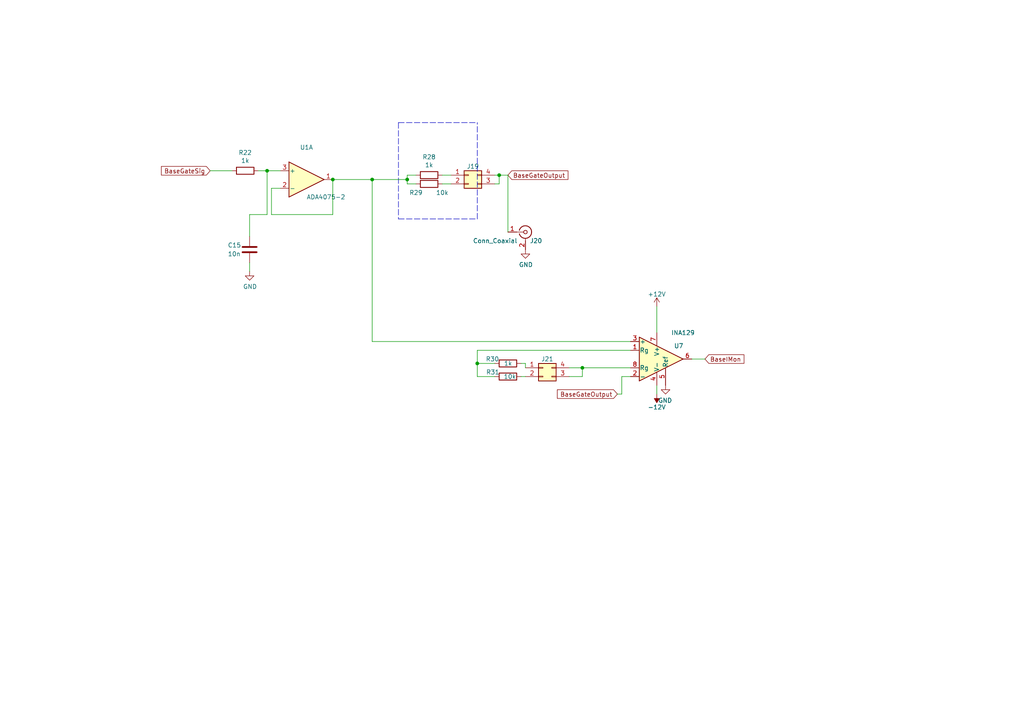
<source format=kicad_sch>
(kicad_sch (version 20211123) (generator eeschema)
  (paper "A4")
  (lib_symbols
    (symbol "Amplifier_Instrumentation:INA129" (pin_names (offset 0.127))
      (property "Reference" "U" (at 3.81 3.175 0))
      (property "Value" "INA129" (at 3.81 -3.175 0))
      (symbol "INA129_0_1"
        (polyline (pts (xy 7.62 0) (xy -5.08 6.35) (xy -5.08 -6.35) (xy 7.62 0)) (stroke (width 0.254)) (fill (type background)))
      )
      (symbol "INA129_1_1"
        (pin passive line (at -7.62 2.54 0) (length 2.54) (name "Rg") (number "1"))
        (pin input line (at -7.62 -5.08 0) (length 2.54) (name "-") (number "2"))
        (pin input line (at -7.62 5.08 0) (length 2.54) (name "+") (number "3"))
        (pin power_in line (at 0 -7.62 90) (length 3.81) (name "V-") (number "4"))
        (pin input line (at 2.54 -7.62 90) (length 5.08) (name "Ref") (number "5"))
        (pin output line (at 10.16 0 180) (length 2.54) (name "~") (number "6"))
        (pin power_in line (at 0 7.62 270) (length 3.81) (name "V+") (number "7"))
        (pin passive line (at -7.62 -2.54 0) (length 2.54) (name "Rg") (number "8"))
      )
    )
    (symbol "Amplifier_Operational:ADA4075-2" (pin_names (offset 0.127))
      (property "Reference" "U" (at 0 5.08 0))
      (property "Value" "ADA4075-2" (at 0 -5.08 0))
      (symbol "ADA4075-2_1_1"
        (polyline (pts (xy -5.08 5.08) (xy 5.08 0) (xy -5.08 -5.08) (xy -5.08 5.08)) (stroke (width 0.254)) (fill (type background)))
        (pin output line (at 7.62 0 180) (length 2.54) (name "~") (number "1"))
        (pin input line (at -7.62 -2.54 0) (length 2.54) (name "-") (number "2"))
        (pin input line (at -7.62 2.54 0) (length 2.54) (name "+") (number "3"))
      )
      (symbol "ADA4075-2_2_1"
        (polyline (pts (xy -5.08 5.08) (xy 5.08 0) (xy -5.08 -5.08) (xy -5.08 5.08)) (stroke (width 0.254)) (fill (type background)))
        (pin input line (at -7.62 2.54 0) (length 2.54) (name "+") (number "5"))
        (pin input line (at -7.62 -2.54 0) (length 2.54) (name "-") (number "6"))
        (pin output line (at 7.62 0 180) (length 2.54) (name "~") (number "7"))
      )
      (symbol "ADA4075-2_3_1"
        (pin power_in line (at -2.54 -7.62 90) (length 3.81) (name "V-") (number "4"))
        (pin power_in line (at -2.54 7.62 270) (length 3.81) (name "V+") (number "8"))
      )
    )
    (symbol "Connector:Conn_Coaxial" (pin_names (offset 1.016) hide)
      (property "Reference" "J" (at 0.254 3.048 0))
      (property "Value" "Conn_Coaxial" (at 2.921 0 90))
      (symbol "Conn_Coaxial_0_1"
        (arc (start -1.778 -0.508) (mid 0.222 -1.808) (end 1.778 0) (stroke (width 0.254)))
        (polyline (pts (xy -2.54 0) (xy -0.508 0)))
        (polyline (pts (xy 0 -2.54) (xy 0 -1.778)))
        (circle (center 0 0) (radius 0.508) (stroke (width 0.2032)))
        (arc (start 1.778 0) (mid 0.222 1.8083) (end -1.778 0.508) (stroke (width 0.254)))
      )
      (symbol "Conn_Coaxial_1_1"
        (pin passive line (at -5.08 0 0) (length 2.54) (name "In") (number "1"))
        (pin passive line (at 0 -5.08 90) (length 2.54) (name "Ext") (number "2"))
      )
    )
    (symbol "Connector_Generic:Conn_02x02_Counter_Clockwise" (pin_names (offset 1.016) hide)
      (property "Reference" "J" (at 1.27 2.54 0))
      (property "Value" "Conn_02x02_Counter_Clockwise" (at 1.27 -5.08 0))
      (symbol "Conn_02x02_Counter_Clockwise_1_1"
        (rectangle (start -1.27 -2.413) (end 0 -2.667) (stroke (width 0.1524)))
        (rectangle (start -1.27 0.127) (end 0 -0.127) (stroke (width 0.1524)))
        (rectangle (start -1.27 1.27) (end 3.81 -3.81) (stroke (width 0.254)) (fill (type background)))
        (rectangle (start 3.81 -2.413) (end 2.54 -2.667) (stroke (width 0.1524)))
        (rectangle (start 3.81 0.127) (end 2.54 -0.127) (stroke (width 0.1524)))
        (pin passive line (at -5.08 0 0) (length 3.81) (name "Pin_1") (number "1"))
        (pin passive line (at -5.08 -2.54 0) (length 3.81) (name "Pin_2") (number "2"))
        (pin passive line (at 7.62 -2.54 180) (length 3.81) (name "Pin_3") (number "3"))
        (pin passive line (at 7.62 0 180) (length 3.81) (name "Pin_4") (number "4"))
      )
    )
    (symbol "Device:C" (pin_numbers hide) (pin_names (offset 0.254))
      (property "Reference" "C" (at 0.635 2.54 0))
      (property "Value" "C" (at 0.635 -2.54 0))
      (symbol "C_0_1"
        (polyline (pts (xy -2.032 -0.762) (xy 2.032 -0.762)) (stroke (width 0.508)))
        (polyline (pts (xy -2.032 0.762) (xy 2.032 0.762)) (stroke (width 0.508)))
      )
      (symbol "C_1_1"
        (pin passive line (at 0 3.81 270) (length 2.794) (name "~") (number "1"))
        (pin passive line (at 0 -3.81 90) (length 2.794) (name "~") (number "2"))
      )
    )
    (symbol "Device:R" (pin_numbers hide) (pin_names (offset 0))
      (property "Reference" "R" (at 2.032 0 90))
      (property "Value" "R" (at 0 0 90))
      (symbol "R_0_1"
        (rectangle (start -1.016 -2.54) (end 1.016 2.54) (stroke (width 0.254)))
      )
      (symbol "R_1_1"
        (pin passive line (at 0 3.81 270) (length 1.27) (name "~") (number "1"))
        (pin passive line (at 0 -3.81 90) (length 1.27) (name "~") (number "2"))
      )
    )
    (symbol "power:+12V" (power) (pin_names (offset 0))
      (property "Value" "+12V" (at 0 3.556 0))
      (symbol "+12V_0_1"
        (polyline (pts (xy -0.762 1.27) (xy 0 2.54)))
        (polyline (pts (xy 0 0) (xy 0 2.54)))
        (polyline (pts (xy 0 2.54) (xy 0.762 1.27)))
      )
      (symbol "+12V_1_1"
        (pin power_in line (at 0 0 90) (length 0) hide (name "+12V") (number "1"))
      )
    )
    (symbol "power:-12V" (power) (pin_names (offset 0))
      (property "Value" "-12V" (at 0 3.81 0))
      (symbol "-12V_0_0"
        (pin power_in line (at 0 0 90) (length 0) hide (name "-12V") (number "1"))
      )
      (symbol "-12V_0_1"
        (polyline (pts (xy 0 0) (xy 0 1.27) (xy 0.762 1.27) (xy 0 2.54) (xy -0.762 1.27) (xy 0 1.27)) (fill (type outline)))
      )
    )
    (symbol "power:GND" (power) (pin_names (offset 0))
      (property "Value" "GND" (at 0 -3.81 0))
      (symbol "GND_0_1"
        (polyline (pts (xy 0 0) (xy 0 -1.27) (xy 1.27 -1.27) (xy 0 -2.54) (xy -1.27 -1.27) (xy 0 -1.27)))
      )
      (symbol "GND_1_1"
        (pin power_in line (at 0 0 270) (length 0) hide (name "GND") (number "1"))
      )
    )
  )
  (junction (at 107.95 52.07))
  (junction (at 144.78 50.8))
  (junction (at 138.43 105.41))
  (junction (at 168.91 106.68))
  (junction (at 118.11 52.07))
  (junction (at 77.47 49.53))
  (junction (at 96.52 52.07))
  (wire (pts (xy 151.13 109.22) (xy 152.4 109.22)))
  (wire (pts (xy 72.39 78.74) (xy 72.39 76.2)))
  (wire (pts (xy 152.4 106.68) (xy 152.4 105.41)))
  (wire (pts (xy 77.47 49.53) (xy 81.28 49.53)))
  (wire (pts (xy 138.43 101.6) (xy 182.88 101.6)))
  (wire (pts (xy 143.51 53.34) (xy 144.78 53.34)))
  (polyline (pts (xy 115.57 35.56) (xy 138.43 35.56)))
  (wire (pts (xy 81.28 54.61) (xy 78.74 54.61)))
  (wire (pts (xy 143.51 109.22) (xy 138.43 109.22)))
  (wire (pts (xy 128.27 50.8) (xy 130.81 50.8)))
  (wire (pts (xy 107.95 52.07) (xy 118.11 52.07)))
  (polyline (pts (xy 138.43 63.5) (xy 138.43 35.56)))
  (wire (pts (xy 107.95 99.06) (xy 182.88 99.06)))
  (wire (pts (xy 96.52 52.07) (xy 107.95 52.07)))
  (wire (pts (xy 147.32 50.8) (xy 147.32 67.31)))
  (wire (pts (xy 180.34 109.22) (xy 180.34 114.3)))
  (wire (pts (xy 180.34 114.3) (xy 179.07 114.3)))
  (polyline (pts (xy 115.57 63.5) (xy 138.43 63.5)))
  (wire (pts (xy 118.11 50.8) (xy 120.65 50.8)))
  (wire (pts (xy 138.43 105.41) (xy 138.43 101.6)))
  (wire (pts (xy 67.31 49.53) (xy 60.96 49.53)))
  (wire (pts (xy 138.43 109.22) (xy 138.43 105.41)))
  (wire (pts (xy 107.95 99.06) (xy 107.95 52.07)))
  (wire (pts (xy 77.47 49.53) (xy 77.47 62.23)))
  (wire (pts (xy 143.51 50.8) (xy 144.78 50.8)))
  (wire (pts (xy 168.91 106.68) (xy 182.88 106.68)))
  (wire (pts (xy 74.93 49.53) (xy 77.47 49.53)))
  (wire (pts (xy 204.47 104.14) (xy 200.66 104.14)))
  (wire (pts (xy 96.52 52.07) (xy 96.52 62.23)))
  (polyline (pts (xy 115.57 35.56) (xy 115.57 63.5)))
  (wire (pts (xy 128.27 53.34) (xy 130.81 53.34)))
  (wire (pts (xy 78.74 54.61) (xy 78.74 62.23)))
  (wire (pts (xy 151.13 105.41) (xy 152.4 105.41)))
  (wire (pts (xy 118.11 53.34) (xy 118.11 52.07)))
  (wire (pts (xy 190.5 114.3) (xy 190.5 111.76)))
  (wire (pts (xy 72.39 62.23) (xy 77.47 62.23)))
  (wire (pts (xy 190.5 88.9) (xy 190.5 96.52)))
  (wire (pts (xy 144.78 53.34) (xy 144.78 50.8)))
  (wire (pts (xy 165.1 109.22) (xy 168.91 109.22)))
  (wire (pts (xy 72.39 62.23) (xy 72.39 68.58)))
  (wire (pts (xy 138.43 105.41) (xy 143.51 105.41)))
  (wire (pts (xy 144.78 50.8) (xy 147.32 50.8)))
  (wire (pts (xy 168.91 106.68) (xy 168.91 109.22)))
  (wire (pts (xy 78.74 62.23) (xy 96.52 62.23)))
  (wire (pts (xy 182.88 109.22) (xy 180.34 109.22)))
  (wire (pts (xy 120.65 53.34) (xy 118.11 53.34)))
  (wire (pts (xy 165.1 106.68) (xy 168.91 106.68)))
  (wire (pts (xy 118.11 52.07) (xy 118.11 50.8)))
  (global_label "BaseGateOutput" (shape input) (at 179.07 114.3 180) (property "Intersheet References" "${INTERSHEET_REFS}" (effects hide)))
  (global_label "BaseIMon" (shape input) (at 204.47 104.14 0) (property "Intersheet References" "${INTERSHEET_REFS}" (effects hide)))
  (global_label "BaseGateOutput" (shape input) (at 147.32 50.8 0) (property "Intersheet References" "${INTERSHEET_REFS}" (effects hide)))
  (global_label "BaseGateSig" (shape input) (at 60.96 49.53 180) (property "Intersheet References" "${INTERSHEET_REFS}" (effects hide)))
  (symbol (lib_id "power:GND") (at 152.4 72.39 0) (unit 1)
    (property "Reference" "#PWR0175" (effects hide))
    (property "Value" "GND" (at 152.527 76.7842 0))
  )
  (symbol (lib_id "Device:C") (at 72.39 72.39 0) (unit 1)
    (property "Reference" "C15" (at 66.04 71.12 0) (effects (justify left)))
    (property "Value" "10n" (at 66.04 73.66 0) (effects (justify left)))
    (property "Footprint" "Capacitor_SMD:C_0805_2012Metric" (effects hide))
  )
  (symbol (lib_id "power:GND") (at 193.04 111.76 0) (mirror y) (unit 1)
    (property "Reference" "#PWR0177" (effects hide))
    (property "Value" "GND" (at 192.913 116.1542 0))
  )
  (symbol (lib_id "Connector:Conn_Coaxial") (at 152.4 67.31 0) (unit 1)
    (property "Reference" "J20" (at 153.67 69.85 0) (effects (justify left)))
    (property "Value" "Conn_Coaxial" (at 137.16 69.85 0) (effects (justify left)))
    (property "Footprint" "Eli_Lib:31-5486-1010 BNC Panel RA" (effects hide))
    (property "Datasheet" " ~" (effects hide))
  )
  (symbol (lib_id "Connector_Generic:Conn_02x02_Counter_Clockwise") (at 157.48 106.68 0) (unit 1)
    (property "Reference" "J21" (at 158.75 104.14 0))
    (property "Value" "Conn_02x02_Counter_Clockwise" (effects hide))
    (property "Footprint" "Connector_PinHeader_2.54mm:PinHeader_2x02_P2.54mm_Vertical" (effects hide))
  )
  (symbol (lib_id "Device:R") (at 124.46 53.34 270) (unit 1)
    (property "Reference" "R29" (at 120.65 55.88 90))
    (property "Value" "10k" (at 128.27 55.88 90))
    (property "Footprint" "Resistor_SMD:R_1206_3216Metric" (effects hide))
  )
  (symbol (lib_id "power:-12V") (at 190.5 114.3 0) (mirror x) (unit 1)
    (property "Reference" "#PWR0164" (effects hide))
    (property "Value" "-12V" (at 190.5 118.11 0))
  )
  (symbol (lib_id "Device:R") (at 147.32 105.41 90) (mirror x) (unit 1)
    (property "Reference" "R30" (at 144.78 104.14 90) (effects (justify left)))
    (property "Value" "1k" (at 148.59 105.41 90) (effects (justify left)))
    (property "Footprint" "Resistor_SMD:R_1206_3216Metric" (effects hide))
  )
  (symbol (lib_id "Connector_Generic:Conn_02x02_Counter_Clockwise") (at 135.89 50.8 0) (unit 1)
    (property "Reference" "J19" (at 137.16 48.26 0))
    (property "Value" "Conn_02x02_Counter_Clockwise" (effects hide))
    (property "Footprint" "Connector_PinHeader_2.54mm:PinHeader_2x02_P2.54mm_Vertical" (effects hide))
  )
  (symbol (lib_id "Amplifier_Instrumentation:INA129") (at 190.5 104.14 0) (unit 1)
    (property "Reference" "U7" (at 196.85 100.33 0))
    (property "Value" "INA129" (at 198.12 96.52 0))
    (property "Footprint" "Package_DIP:DIP-8_W7.62mm" (effects hide))
    (property "Datasheet" "http://www.ti.com/lit/ds/symlink/ina128.pdf" (effects hide))
  )
  (symbol (lib_id "power:GND") (at 72.39 78.74 0) (unit 1)
    (property "Reference" "#PWR0149" (effects hide))
    (property "Value" "GND" (at 72.517 83.1342 0))
  )
  (symbol (lib_id "Device:R") (at 71.12 49.53 270) (unit 1)
    (property "Reference" "R22" (at 71.12 44.2722 90))
    (property "Value" "1k" (at 71.12 46.5836 90))
    (property "Footprint" "Resistor_SMD:R_1206_3216Metric" (effects hide))
  )
  (symbol (lib_id "Amplifier_Operational:ADA4075-2") (at 88.9 52.07 0) (unit 1)
    (property "Reference" "U1" (at 88.9 42.7482 0))
    (property "Value" "ADA4075-2" (at 88.9 57.15 0) (effects (justify left)))
    (property "Footprint" "Package_SO:SO-8_3.9x4.9mm_P1.27mm" (effects hide))
    (property "Datasheet" "https://www.analog.com/static/imported-files/data_sheets/ADA4075-2.pdf" (effects hide))
  )
  (symbol (lib_id "Device:R") (at 124.46 50.8 270) (unit 1)
    (property "Reference" "R28" (at 124.46 45.5422 90))
    (property "Value" "1k" (at 124.46 47.8536 90))
    (property "Footprint" "Resistor_SMD:R_1206_3216Metric" (effects hide))
  )
  (symbol (lib_id "power:+12V") (at 190.5 88.9 0) (mirror y) (unit 1)
    (property "Reference" "#PWR0165" (effects hide))
    (property "Value" "+12V" (at 190.5 85.344 0))
  )
  (symbol (lib_id "Device:R") (at 147.32 109.22 270) (unit 1)
    (property "Reference" "R31" (at 140.97 107.95 90) (effects (justify left)))
    (property "Value" "10k" (at 146.05 109.22 90) (effects (justify left)))
    (property "Footprint" "Resistor_SMD:R_1206_3216Metric" (effects hide))
  )
)
</source>
